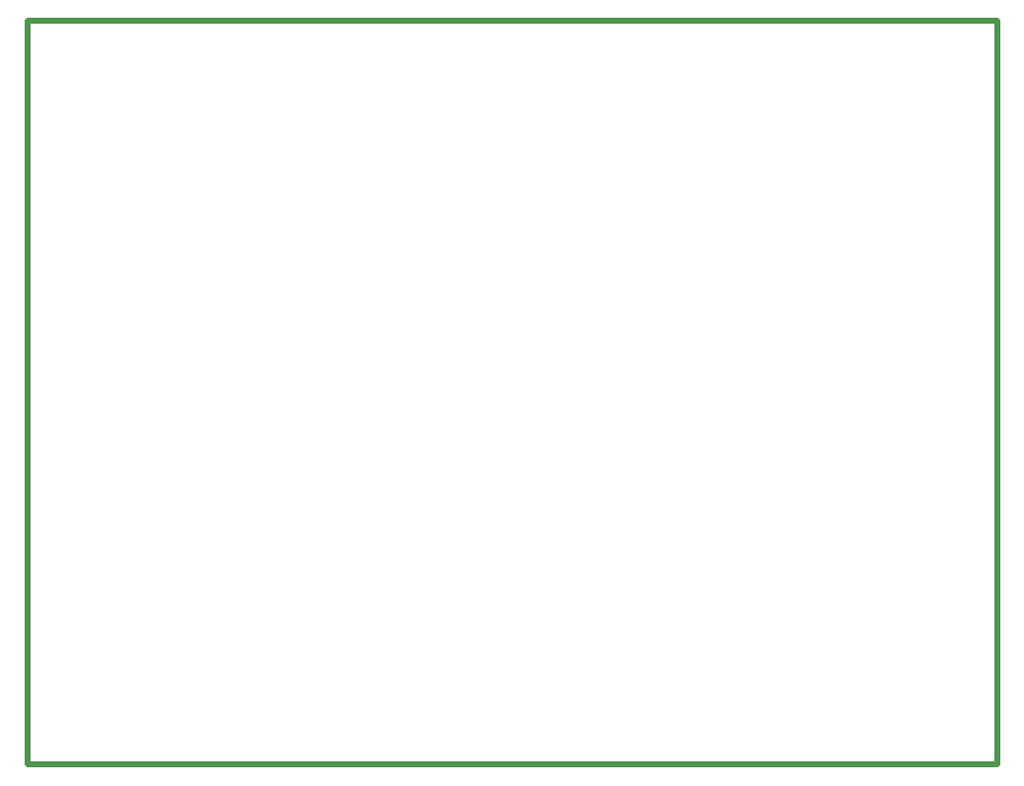
<source format=gko>
G04*
G04 #@! TF.GenerationSoftware,Altium Limited,Altium Designer,24.10.1 (45)*
G04*
G04 Layer_Color=16711935*
%FSLAX44Y44*%
%MOMM*%
G71*
G04*
G04 #@! TF.SameCoordinates,5747CF6B-E7E8-4C91-AA59-05DF990D4A04*
G04*
G04*
G04 #@! TF.FilePolarity,Positive*
G04*
G01*
G75*
%ADD89C,0.5000*%
D89*
X1086100Y1254200D02*
X1086100Y617100D01*
X1086100Y1254200D02*
Y1254877D01*
X253600D02*
X1086100D01*
X253600Y616800D02*
Y1254877D01*
Y616800D02*
X1086100D01*
M02*

</source>
